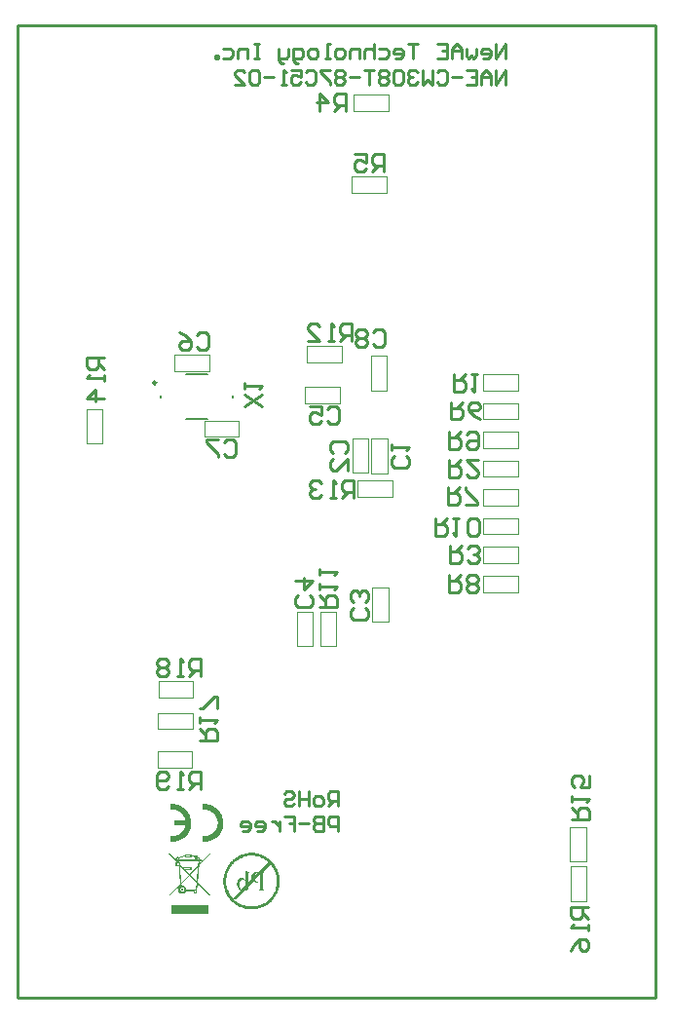
<source format=gbo>
G04 Layer_Color=32896*
%FSLAX25Y25*%
%MOIN*%
G70*
G01*
G75*
%ADD15C,0.01000*%
%ADD33C,0.00984*%
%ADD35C,0.00787*%
%ADD57C,0.00394*%
G36*
X356052Y199345D02*
X356422Y199322D01*
X356781Y199287D01*
X357128Y199229D01*
X357475Y199171D01*
X357799Y199090D01*
X358447Y198917D01*
X359049Y198697D01*
X359616Y198454D01*
X360136Y198199D01*
X360379Y198072D01*
X360611Y197933D01*
X360830Y197806D01*
X361039Y197667D01*
X361235Y197540D01*
X361420Y197413D01*
X361594Y197285D01*
X361756Y197170D01*
X361895Y197054D01*
X362022Y196950D01*
X362138Y196857D01*
X362242Y196776D01*
X362335Y196695D01*
X362404Y196637D01*
X362462Y196580D01*
X362496Y196545D01*
X362520Y196522D01*
X362531Y196510D01*
X362786Y196244D01*
X363029Y195966D01*
X363249Y195689D01*
X363468Y195399D01*
X363653Y195110D01*
X363839Y194832D01*
X364012Y194532D01*
X364163Y194242D01*
X364301Y193953D01*
X364440Y193664D01*
X364660Y193097D01*
X364857Y192553D01*
X364996Y192033D01*
X365123Y191535D01*
X365169Y191304D01*
X365204Y191084D01*
X365239Y190887D01*
X365273Y190690D01*
X365297Y190505D01*
X365308Y190343D01*
X365320Y190193D01*
X365331Y190066D01*
X365343Y189950D01*
Y189846D01*
X365354Y189776D01*
Y189718D01*
Y189684D01*
Y189672D01*
X365343Y189302D01*
X365320Y188932D01*
X365285Y188573D01*
X365227Y188226D01*
X365169Y187879D01*
X365088Y187555D01*
X364915Y186907D01*
X364695Y186305D01*
X364463Y185738D01*
X364209Y185218D01*
X364070Y184975D01*
X363943Y184743D01*
X363815Y184524D01*
X363677Y184315D01*
X363549Y184119D01*
X363422Y183933D01*
X363306Y183760D01*
X363191Y183598D01*
X363075Y183459D01*
X362971Y183332D01*
X362878Y183216D01*
X362786Y183112D01*
X362716Y183019D01*
X362647Y182950D01*
X362601Y182892D01*
X362566Y182858D01*
X362543Y182834D01*
X362531Y182823D01*
X362265Y182568D01*
X361987Y182325D01*
X361710Y182094D01*
X361420Y181886D01*
X361131Y181689D01*
X360842Y181504D01*
X360553Y181342D01*
X360263Y181180D01*
X359974Y181041D01*
X359685Y180914D01*
X359118Y180682D01*
X358563Y180497D01*
X358042Y180347D01*
X357556Y180231D01*
X357325Y180173D01*
X357105Y180139D01*
X356897Y180104D01*
X356700Y180081D01*
X356515Y180046D01*
X356353Y180034D01*
X356203Y180023D01*
X356075Y180011D01*
X355960Y180000D01*
X355855D01*
X355786Y179988D01*
X355682D01*
X355312Y180000D01*
X354941Y180023D01*
X354583Y180058D01*
X354236Y180115D01*
X353900Y180173D01*
X353565Y180254D01*
X352928Y180428D01*
X352326Y180648D01*
X351760Y180891D01*
X351239Y181145D01*
X350996Y181272D01*
X350765Y181411D01*
X350545Y181538D01*
X350337Y181666D01*
X350140Y181805D01*
X349955Y181932D01*
X349781Y182048D01*
X349619Y182163D01*
X349480Y182279D01*
X349353Y182383D01*
X349237Y182476D01*
X349133Y182557D01*
X349041Y182638D01*
X348971Y182707D01*
X348913Y182753D01*
X348879Y182788D01*
X348855Y182811D01*
X348844Y182823D01*
X348589Y183089D01*
X348346Y183367D01*
X348115Y183644D01*
X347907Y183933D01*
X347710Y184223D01*
X347525Y184512D01*
X347351Y184801D01*
X347201Y185090D01*
X347051Y185380D01*
X346923Y185669D01*
X346692Y186236D01*
X346507Y186791D01*
X346356Y187312D01*
X346241Y187798D01*
X346183Y188029D01*
X346148Y188249D01*
X346113Y188457D01*
X346079Y188654D01*
X346056Y188839D01*
X346044Y189001D01*
X346032Y189152D01*
X346021Y189279D01*
X346009Y189394D01*
X345998Y189499D01*
Y189568D01*
Y189626D01*
Y189661D01*
Y189672D01*
X346009Y190042D01*
X346032Y190413D01*
X346067Y190771D01*
X346125Y191119D01*
X346183Y191454D01*
X346264Y191789D01*
X346437Y192426D01*
X346657Y193027D01*
X346900Y193594D01*
X347155Y194115D01*
X347282Y194358D01*
X347421Y194589D01*
X347548Y194809D01*
X347687Y195018D01*
X347814Y195214D01*
X347941Y195399D01*
X348069Y195573D01*
X348184Y195735D01*
X348300Y195874D01*
X348404Y196001D01*
X348497Y196117D01*
X348578Y196221D01*
X348659Y196313D01*
X348717Y196383D01*
X348775Y196441D01*
X348809Y196475D01*
X348832Y196499D01*
X348844Y196510D01*
X349110Y196765D01*
X349388Y197008D01*
X349665Y197239D01*
X349955Y197447D01*
X350244Y197644D01*
X350522Y197829D01*
X350822Y198003D01*
X351112Y198153D01*
X351401Y198303D01*
X351690Y198431D01*
X352257Y198662D01*
X352801Y198847D01*
X353322Y198998D01*
X353819Y199113D01*
X354050Y199171D01*
X354270Y199206D01*
X354467Y199241D01*
X354664Y199275D01*
X354849Y199298D01*
X355011Y199310D01*
X355161Y199322D01*
X355288Y199333D01*
X355404Y199345D01*
X355508Y199356D01*
X355682D01*
X356052Y199345D01*
D02*
G37*
G36*
X341732Y199068D02*
X337810Y194984D01*
X337694Y193885D01*
X337451Y191212D01*
X337255Y189292D01*
X341455Y184976D01*
X341165Y184698D01*
X337220Y188748D01*
X336989Y186260D01*
X336861D01*
Y185312D01*
X335982D01*
Y186260D01*
X333263D01*
X333159Y186075D01*
X333032Y185890D01*
X332835Y185682D01*
X332580Y185508D01*
X332291Y185416D01*
X332014Y185381D01*
X331724Y185393D01*
X331516Y185450D01*
X331273Y185555D01*
X331065Y185682D01*
X330903Y185844D01*
X330741Y186075D01*
X330625Y186330D01*
X330556Y186573D01*
X330533Y186769D01*
X330556Y187012D01*
X330590Y187197D01*
X330660Y187371D01*
X330764Y187568D01*
X330880Y187730D01*
X331042Y187880D01*
X331215Y187996D01*
X331377Y188077D01*
X331354Y188285D01*
X327895Y184698D01*
X327605Y184988D01*
X331319Y188829D01*
X331018Y192184D01*
X330810Y194614D01*
X329699D01*
Y196176D01*
X329989D01*
X327177Y199068D01*
X327467Y199346D01*
X330116Y196616D01*
Y196812D01*
X330058Y196859D01*
X329989Y196905D01*
X329919Y196974D01*
X329850Y197055D01*
X329815Y197159D01*
X329781Y197252D01*
X329769Y197368D01*
X329792Y197518D01*
X329827Y197599D01*
X329931Y197761D01*
X330047Y197865D01*
X330197Y197934D01*
X330359Y197958D01*
X330521Y197934D01*
X330660Y197877D01*
X330775Y197807D01*
X330833Y197738D01*
X330938Y197830D01*
X331111Y197946D01*
X331319Y198050D01*
X331620Y198166D01*
X331944Y198258D01*
X332268Y198328D01*
X332615Y198386D01*
X332893Y198420D01*
Y198767D01*
X335114D01*
Y198467D01*
X335288D01*
X335577Y198432D01*
X335878Y198397D01*
X336167Y198351D01*
Y198536D01*
X337127D01*
Y198085D01*
X337243Y198027D01*
X337393Y197958D01*
X337567Y197854D01*
X337706Y197761D01*
X337833Y197645D01*
X337926Y197564D01*
X337984Y197483D01*
X338030Y197391D01*
X338007Y197229D01*
X338562D01*
Y196523D01*
X337949D01*
X337856Y195609D01*
X341443Y199346D01*
X341732Y199068D01*
D02*
G37*
G36*
X340888Y181493D02*
Y181436D01*
Y181355D01*
Y181274D01*
Y181181D01*
Y181100D01*
Y181042D01*
Y181031D01*
Y181019D01*
Y180637D01*
Y180452D01*
Y180279D01*
Y180140D01*
Y180024D01*
Y179978D01*
Y179943D01*
Y179931D01*
Y179920D01*
Y179700D01*
Y179504D01*
Y179318D01*
Y179156D01*
Y179017D01*
Y178925D01*
Y178856D01*
Y178844D01*
Y178832D01*
Y178670D01*
Y178555D01*
Y178462D01*
Y178404D01*
Y178370D01*
Y178358D01*
Y178347D01*
X328242D01*
Y178370D01*
Y178427D01*
Y178497D01*
Y178589D01*
Y178682D01*
Y178751D01*
Y178809D01*
Y178832D01*
Y179214D01*
Y179399D01*
Y179561D01*
Y179712D01*
Y179816D01*
Y179862D01*
Y179897D01*
Y179908D01*
Y179920D01*
Y180140D01*
Y180348D01*
Y180533D01*
Y180695D01*
Y180834D01*
Y180938D01*
Y180996D01*
Y181019D01*
Y181112D01*
Y181181D01*
Y181308D01*
Y181401D01*
Y181459D01*
Y181493D01*
Y181505D01*
Y181517D01*
X340888D01*
Y181493D01*
D02*
G37*
G36*
X340104Y216027D02*
X340579Y215969D01*
X341030Y215877D01*
X341458Y215749D01*
X341863Y215611D01*
X342233Y215448D01*
X342592Y215275D01*
X342904Y215101D01*
X343194Y214928D01*
X343448Y214754D01*
X343668Y214592D01*
X343853Y214454D01*
X343992Y214326D01*
X344096Y214234D01*
X344165Y214176D01*
X344189Y214153D01*
X344524Y213794D01*
X344813Y213412D01*
X345068Y213030D01*
X345276Y212649D01*
X345461Y212255D01*
X345612Y211885D01*
X345739Y211515D01*
X345843Y211168D01*
X345913Y210844D01*
X345970Y210543D01*
X346017Y210277D01*
X346040Y210045D01*
X346051Y209941D01*
X346063Y209849D01*
Y209779D01*
X346075Y209710D01*
Y209664D01*
Y209629D01*
Y209606D01*
Y209594D01*
X346051Y209108D01*
X345994Y208634D01*
X345901Y208183D01*
X345774Y207754D01*
X345635Y207349D01*
X345473Y206979D01*
X345311Y206632D01*
X345126Y206308D01*
X344952Y206031D01*
X344790Y205776D01*
X344628Y205556D01*
X344478Y205371D01*
X344362Y205232D01*
X344270Y205117D01*
X344212Y205059D01*
X344189Y205035D01*
X343830Y204700D01*
X343448Y204411D01*
X343066Y204156D01*
X342673Y203948D01*
X342291Y203763D01*
X341909Y203612D01*
X341539Y203485D01*
X341192Y203381D01*
X340868Y203312D01*
X340567Y203254D01*
X340301Y203207D01*
X340070Y203184D01*
X339966Y203173D01*
X339873Y203161D01*
X339804D01*
X339734Y203150D01*
X339375D01*
X339271Y203161D01*
X339086D01*
X339028Y203173D01*
X338971D01*
Y205128D01*
X339190Y205105D01*
X339306Y205093D01*
X339399D01*
X339491Y205082D01*
X339618D01*
X339966Y205093D01*
X340290Y205140D01*
X340602Y205209D01*
X340903Y205290D01*
X341180Y205383D01*
X341447Y205498D01*
X341689Y205614D01*
X341909Y205741D01*
X342118Y205869D01*
X342291Y205984D01*
X342442Y206100D01*
X342569Y206192D01*
X342673Y206285D01*
X342754Y206343D01*
X342800Y206389D01*
X342812Y206401D01*
X343043Y206655D01*
X343251Y206921D01*
X343425Y207188D01*
X343575Y207465D01*
X343703Y207731D01*
X343807Y207997D01*
X343899Y208252D01*
X343969Y208495D01*
X344015Y208726D01*
X344061Y208935D01*
X344085Y209120D01*
X344108Y209282D01*
X344119Y209409D01*
X344131Y209513D01*
Y209571D01*
Y209594D01*
X344119Y209941D01*
X344073Y210265D01*
X344004Y210589D01*
X343922Y210890D01*
X343830Y211168D01*
X343714Y211434D01*
X343599Y211677D01*
X343471Y211896D01*
X343344Y212093D01*
X343228Y212267D01*
X343113Y212429D01*
X343020Y212556D01*
X342928Y212649D01*
X342870Y212730D01*
X342823Y212776D01*
X342812Y212787D01*
X342557Y213019D01*
X342291Y213227D01*
X342025Y213401D01*
X341747Y213563D01*
X341481Y213690D01*
X341215Y213794D01*
X340961Y213887D01*
X340718Y213956D01*
X340486Y214002D01*
X340278Y214049D01*
X340093Y214083D01*
X339931Y214095D01*
X339804Y214106D01*
X339700Y214118D01*
X339618D01*
X339375Y214106D01*
X339271D01*
X339167Y214095D01*
X339086Y214083D01*
X339028D01*
X338982Y214072D01*
X338971D01*
Y216016D01*
X339190Y216039D01*
X339295D01*
X339399Y216050D01*
X339618D01*
X340104Y216027D01*
D02*
G37*
G36*
X329136D02*
X329610Y215969D01*
X330062Y215877D01*
X330490Y215749D01*
X330895Y215611D01*
X331265Y215448D01*
X331612Y215275D01*
X331936Y215101D01*
X332214Y214928D01*
X332468Y214754D01*
X332688Y214592D01*
X332873Y214454D01*
X333012Y214326D01*
X333128Y214234D01*
X333186Y214176D01*
X333209Y214153D01*
X333544Y213794D01*
X333834Y213412D01*
X334088Y213030D01*
X334296Y212649D01*
X334481Y212255D01*
X334632Y211885D01*
X334759Y211515D01*
X334863Y211168D01*
X334933Y210844D01*
X334991Y210543D01*
X335037Y210277D01*
X335060Y210045D01*
X335071Y209941D01*
X335083Y209849D01*
Y209779D01*
X335095Y209710D01*
Y209664D01*
Y209629D01*
Y209606D01*
Y209594D01*
X335071Y209108D01*
X335014Y208634D01*
X334921Y208183D01*
X334794Y207754D01*
X334655Y207349D01*
X334493Y206979D01*
X334331Y206632D01*
X334146Y206308D01*
X333972Y206031D01*
X333810Y205776D01*
X333648Y205556D01*
X333498Y205371D01*
X333382Y205232D01*
X333290Y205117D01*
X333232Y205059D01*
X333209Y205035D01*
X332850Y204700D01*
X332468Y204411D01*
X332086Y204156D01*
X331705Y203948D01*
X331311Y203763D01*
X330941Y203612D01*
X330571Y203485D01*
X330224Y203381D01*
X329900Y203312D01*
X329599Y203254D01*
X329333Y203207D01*
X329101Y203184D01*
X328997Y203173D01*
X328905Y203161D01*
X328835D01*
X328766Y203150D01*
X328407D01*
X328303Y203161D01*
X328118D01*
X328060Y203173D01*
X328002D01*
X328014Y205128D01*
X328234Y205105D01*
X328338Y205093D01*
X328442D01*
X328523Y205082D01*
X328650D01*
X328939Y205093D01*
X329229Y205128D01*
X329506Y205174D01*
X329761Y205232D01*
X330015Y205313D01*
X330247Y205394D01*
X330467Y205487D01*
X330663Y205579D01*
X330848Y205672D01*
X331010Y205764D01*
X331149Y205845D01*
X331265Y205926D01*
X331358Y205984D01*
X331427Y206031D01*
X331473Y206065D01*
X331485Y206077D01*
X331705Y206274D01*
X331913Y206470D01*
X332086Y206679D01*
X332248Y206898D01*
X332399Y207107D01*
X332526Y207326D01*
X332642Y207535D01*
X332734Y207731D01*
X332815Y207916D01*
X332885Y208090D01*
X332943Y208240D01*
X332989Y208379D01*
X333024Y208483D01*
X333047Y208564D01*
X333058Y208611D01*
Y208634D01*
X329287D01*
Y210566D01*
X333058D01*
X332989Y210855D01*
X332896Y211121D01*
X332792Y211387D01*
X332677Y211630D01*
X332549Y211850D01*
X332422Y212058D01*
X332283Y212255D01*
X332156Y212429D01*
X332029Y212591D01*
X331901Y212730D01*
X331797Y212845D01*
X331693Y212938D01*
X331612Y213019D01*
X331554Y213077D01*
X331508Y213111D01*
X331496Y213123D01*
X331253Y213297D01*
X331010Y213447D01*
X330767Y213586D01*
X330524Y213702D01*
X330281Y213794D01*
X330050Y213875D01*
X329819Y213944D01*
X329599Y213991D01*
X329402Y214037D01*
X329217Y214060D01*
X329055Y214083D01*
X328916Y214106D01*
X328801D01*
X328720Y214118D01*
X328650D01*
X328407Y214106D01*
X328303D01*
X328199Y214095D01*
X328118Y214083D01*
X328060D01*
X328014Y214072D01*
X328002D01*
Y216016D01*
X328141Y216027D01*
X328257Y216039D01*
X328373D01*
X328465Y216050D01*
X328650D01*
X329136Y216027D01*
D02*
G37*
%LPC*%
G36*
X357672Y192368D02*
X357533Y192322D01*
X357406Y192276D01*
X357360Y192252D01*
X357325Y192241D01*
X357302Y192218D01*
X357290D01*
X357186Y192148D01*
X357082Y192067D01*
X357001Y191975D01*
X356931Y191894D01*
X356873Y191813D01*
X356839Y191743D01*
X356816Y191697D01*
X356804Y191685D01*
X356746Y191558D01*
X356712Y191477D01*
X356700Y191419D01*
X356688Y191396D01*
X357672Y192368D01*
D02*
G37*
G36*
X358621Y191940D02*
X356827Y190158D01*
X356885Y190066D01*
X356943Y189996D01*
X356978Y189950D01*
X356989Y189938D01*
X357128Y189811D01*
X357278Y189707D01*
X357417Y189637D01*
X357545Y189591D01*
X357660Y189568D01*
X357753Y189557D01*
X357811Y189545D01*
X357834D01*
X357938Y189557D01*
X358054Y189568D01*
X358100D01*
X358135Y189580D01*
X358169D01*
X358320Y189591D01*
X358470Y189614D01*
X358528Y189626D01*
X358574Y189637D01*
X358609Y189649D01*
X358621D01*
Y191940D01*
D02*
G37*
G36*
X355844Y198384D02*
X355682D01*
X355346Y198373D01*
X355022Y198361D01*
X354698Y198327D01*
X354386Y198280D01*
X353773Y198153D01*
X353194Y197991D01*
X352650Y197794D01*
X352153Y197574D01*
X351679Y197343D01*
X351251Y197112D01*
X350869Y196869D01*
X350684Y196753D01*
X350522Y196637D01*
X350371Y196522D01*
X350232Y196417D01*
X350094Y196325D01*
X349978Y196232D01*
X349874Y196140D01*
X349781Y196059D01*
X349712Y196001D01*
X349642Y195943D01*
X349596Y195885D01*
X349561Y195862D01*
X349538Y195839D01*
X349527Y195827D01*
X349295Y195584D01*
X349075Y195342D01*
X348867Y195087D01*
X348682Y194832D01*
X348508Y194578D01*
X348346Y194312D01*
X348184Y194057D01*
X348046Y193791D01*
X347803Y193271D01*
X347594Y192761D01*
X347421Y192264D01*
X347294Y191801D01*
X347178Y191350D01*
X347108Y190945D01*
X347074Y190760D01*
X347051Y190586D01*
X347027Y190424D01*
X347004Y190274D01*
X346993Y190147D01*
X346981Y190019D01*
Y189915D01*
X346970Y189834D01*
Y189765D01*
Y189718D01*
Y189684D01*
Y189672D01*
X346981Y189337D01*
X346993Y189013D01*
X347027Y188689D01*
X347074Y188376D01*
X347201Y187763D01*
X347363Y187185D01*
X347560Y186641D01*
X347779Y186132D01*
X348011Y185669D01*
X348242Y185241D01*
X348485Y184847D01*
X348601Y184674D01*
X348717Y184500D01*
X348832Y184350D01*
X348937Y184211D01*
X349029Y184084D01*
X349122Y183957D01*
X349187Y183883D01*
X349180Y183876D01*
X349356Y183687D01*
X349411Y183621D01*
X349438Y183600D01*
X349488Y183546D01*
X349469Y183575D01*
X349438Y183600D01*
X349356Y183687D01*
X349353Y183691D01*
X349295Y183760D01*
X349214Y183853D01*
X349187Y183883D01*
X351864Y186560D01*
X351725Y186652D01*
X351598Y186745D01*
X351551Y186791D01*
X351517Y186826D01*
X351494Y186838D01*
X351482Y186849D01*
X351343Y186988D01*
X351227Y187127D01*
X351123Y187277D01*
X351042Y187439D01*
X350961Y187590D01*
X350903Y187740D01*
X350811Y188041D01*
X350776Y188180D01*
X350753Y188295D01*
X350741Y188411D01*
X350730Y188515D01*
X350718Y188585D01*
Y188654D01*
Y188689D01*
Y188700D01*
Y188885D01*
X350741Y189059D01*
X350799Y189360D01*
X350880Y189637D01*
X350915Y189753D01*
X350961Y189857D01*
X351008Y189950D01*
X351054Y190031D01*
X351100Y190100D01*
X351135Y190158D01*
X351169Y190204D01*
X351193Y190239D01*
X351204Y190251D01*
X351216Y190262D01*
X351308Y190366D01*
X351413Y190459D01*
X351505Y190528D01*
X351609Y190598D01*
X351806Y190702D01*
X351979Y190771D01*
X352141Y190806D01*
X352257Y190829D01*
X352303Y190841D01*
X352373D01*
X352512Y190829D01*
X352639Y190806D01*
X352766Y190760D01*
X352893Y190702D01*
X353125Y190563D01*
X353333Y190401D01*
X353495Y190239D01*
X353565Y190170D01*
X353622Y190100D01*
X353669Y190042D01*
X353703Y189996D01*
X353727Y189973D01*
X353738Y189961D01*
Y193097D01*
X353946D01*
X355242Y192565D01*
X355173Y192403D01*
X355046Y192449D01*
X354941Y192461D01*
X354872Y192472D01*
X354849D01*
X354768Y192461D01*
X354710Y192449D01*
X354664Y192426D01*
X354652Y192414D01*
X354606Y192345D01*
X354571Y192276D01*
X354559Y192206D01*
X354548Y192194D01*
Y192183D01*
X354536Y192148D01*
Y192090D01*
X354525Y191975D01*
Y191824D01*
X354513Y191662D01*
Y191523D01*
Y191396D01*
Y191350D01*
Y191315D01*
Y191292D01*
Y191280D01*
Y189209D01*
X355659Y190366D01*
X355601Y190586D01*
X355578Y190702D01*
X355566Y190795D01*
X355555Y190887D01*
Y190956D01*
Y191003D01*
Y191014D01*
X355566Y191223D01*
X355612Y191408D01*
X355659Y191581D01*
X355728Y191720D01*
X355786Y191847D01*
X355844Y191928D01*
X355890Y191986D01*
X355902Y192009D01*
X356041Y192160D01*
X356179Y192287D01*
X356318Y192391D01*
X356445Y192472D01*
X356561Y192530D01*
X356654Y192576D01*
X356712Y192599D01*
X356735Y192611D01*
X356943Y192669D01*
X357163Y192715D01*
X357383Y192738D01*
X357602Y192761D01*
X357799Y192773D01*
X357880Y192785D01*
X358088D01*
X361473Y196169D01*
X361351Y196279D01*
X361097Y196487D01*
X360842Y196672D01*
X360576Y196846D01*
X360321Y197008D01*
X360055Y197170D01*
X359801Y197308D01*
X359280Y197551D01*
X358771Y197760D01*
X358274Y197933D01*
X357799Y198060D01*
X357360Y198176D01*
X356955Y198246D01*
X356769Y198280D01*
X356596Y198303D01*
X356434Y198327D01*
X356283Y198350D01*
X356145Y198361D01*
X356029Y198373D01*
X355925D01*
X355844Y198384D01*
D02*
G37*
G36*
X361478Y196175D02*
X361473Y196169D01*
X361594Y196059D01*
X361837Y195827D01*
X361478Y196175D01*
D02*
G37*
G36*
X361837Y195827D02*
X361849Y195815D01*
X361849Y195816D01*
X361837Y195827D01*
D02*
G37*
G36*
X352836Y190158D02*
X352743D01*
X352570Y190135D01*
X352419Y190089D01*
X352280Y190019D01*
X352153Y189938D01*
X352049Y189857D01*
X351979Y189788D01*
X351922Y189742D01*
X351910Y189718D01*
X351783Y189533D01*
X351690Y189325D01*
X351621Y189117D01*
X351574Y188909D01*
X351551Y188724D01*
X351540Y188643D01*
X351528Y188573D01*
Y188515D01*
Y188469D01*
Y188446D01*
Y188434D01*
X351540Y188122D01*
X351586Y187844D01*
X351644Y187601D01*
X351713Y187416D01*
X351794Y187266D01*
X351852Y187162D01*
X351898Y187092D01*
X351910Y187069D01*
X351979Y186965D01*
X352049Y186895D01*
X352107Y186838D01*
X352118Y186826D01*
X352130D01*
X353738Y188423D01*
Y189661D01*
X353622Y189765D01*
X353530Y189846D01*
X353437Y189904D01*
X353368Y189961D01*
X353310Y189996D01*
X353275Y190019D01*
X353252Y190042D01*
X353240D01*
X353055Y190112D01*
X352974Y190135D01*
X352893Y190147D01*
X352836Y190158D01*
D02*
G37*
G36*
X361849Y195815D02*
X361860Y195793D01*
X361895Y195758D01*
X361941Y195712D01*
X361999Y195642D01*
X362068Y195573D01*
X362149Y195480D01*
X359454Y192785D01*
X360437D01*
Y192611D01*
X360194D01*
X360067Y192599D01*
X359963Y192576D01*
X359859Y192542D01*
X359789Y192507D01*
X359731Y192472D01*
X359685Y192437D01*
X359662Y192414D01*
X359650Y192403D01*
X359604Y192333D01*
X359581Y192229D01*
X359558Y192102D01*
X359535Y191975D01*
Y191847D01*
X359523Y191755D01*
Y191674D01*
Y191662D01*
Y191651D01*
Y187520D01*
Y187335D01*
X359535Y187173D01*
X359546Y187057D01*
X359569Y186965D01*
X359581Y186895D01*
X359604Y186849D01*
X359616Y186826D01*
Y186814D01*
X359697Y186733D01*
X359789Y186664D01*
X359882Y186618D01*
X359974Y186595D01*
X360055Y186571D01*
X360125Y186560D01*
X360437D01*
Y186375D01*
X357695D01*
Y186560D01*
X357938D01*
X358065Y186571D01*
X358169Y186595D01*
X358262Y186618D01*
X358343Y186664D01*
X358401Y186699D01*
X358447Y186722D01*
X358470Y186745D01*
X358482Y186757D01*
X358528Y186838D01*
X358563Y186942D01*
X358586Y187069D01*
X358597Y187196D01*
X358609Y187323D01*
X358621Y187428D01*
Y187497D01*
Y187509D01*
Y187520D01*
Y189371D01*
X358493Y189348D01*
X358378Y189325D01*
X358285Y189313D01*
X358204Y189302D01*
X358135Y189290D01*
X358088Y189279D01*
X358042D01*
X357845Y189256D01*
X357753D01*
X357683Y189244D01*
X357533D01*
X357255Y189256D01*
X357001Y189302D01*
X356781Y189360D01*
X356596Y189418D01*
X356457Y189487D01*
X356353Y189533D01*
X356283Y189580D01*
X356260Y189591D01*
X354513Y187844D01*
Y186791D01*
X354363Y186699D01*
X354212Y186618D01*
X354085Y186548D01*
X353958Y186490D01*
X353865Y186444D01*
X353784Y186409D01*
X353727Y186398D01*
X353715Y186386D01*
X353576Y186340D01*
X353449Y186305D01*
X353310Y186282D01*
X353194Y186271D01*
X353102Y186259D01*
X353021Y186248D01*
X352917D01*
X349862Y183193D01*
X349515Y183517D01*
X349488Y183546D01*
X349492Y183540D01*
X349515Y183517D01*
X349527Y183505D01*
X349769Y183274D01*
X350012Y183054D01*
X350267Y182858D01*
X350522Y182661D01*
X350776Y182487D01*
X351042Y182325D01*
X351297Y182175D01*
X351563Y182036D01*
X352083Y181793D01*
X352593Y181585D01*
X353090Y181411D01*
X353553Y181284D01*
X354004Y181168D01*
X354409Y181099D01*
X354594Y181064D01*
X354768Y181041D01*
X354930Y181018D01*
X355080Y180995D01*
X355207Y180983D01*
X355335Y180972D01*
X355439D01*
X355520Y180960D01*
X355682D01*
X356017Y180972D01*
X356341Y180995D01*
X356665Y181018D01*
X356978Y181064D01*
X357591Y181191D01*
X358158Y181353D01*
X358702Y181550D01*
X359211Y181770D01*
X359685Y182001D01*
X360113Y182233D01*
X360495Y182476D01*
X360668Y182591D01*
X360842Y182695D01*
X360992Y182811D01*
X361131Y182915D01*
X361259Y183019D01*
X361386Y183112D01*
X361490Y183193D01*
X361582Y183274D01*
X361652Y183343D01*
X361721Y183401D01*
X361768Y183448D01*
X361802Y183482D01*
X361825Y183494D01*
X361837Y183505D01*
X362068Y183748D01*
X362288Y183991D01*
X362485Y184246D01*
X362682Y184500D01*
X362855Y184766D01*
X363017Y185021D01*
X363179Y185287D01*
X363318Y185553D01*
X363561Y186074D01*
X363769Y186583D01*
X363943Y187081D01*
X364070Y187543D01*
X364174Y187995D01*
X364255Y188400D01*
X364290Y188585D01*
X364313Y188758D01*
X364336Y188920D01*
X364359Y189071D01*
X364371Y189198D01*
X364383Y189325D01*
Y189429D01*
X364394Y189510D01*
Y189580D01*
Y189626D01*
Y189661D01*
Y189672D01*
X364383Y190008D01*
X364359Y190332D01*
X364336Y190656D01*
X364278Y190968D01*
X364163Y191581D01*
X363989Y192160D01*
X363804Y192703D01*
X363584Y193201D01*
X363353Y193675D01*
X363110Y194104D01*
X362878Y194485D01*
X362763Y194670D01*
X362647Y194832D01*
X362531Y194983D01*
X362427Y195122D01*
X362335Y195261D01*
X362230Y195376D01*
X362149Y195480D01*
X362161Y195492D01*
X361849Y195815D01*
D02*
G37*
G36*
X334756Y194035D02*
X332673D01*
Y193908D01*
X334756D01*
Y194035D01*
D02*
G37*
G36*
X330417Y197553D02*
X330382D01*
X330313Y197541D01*
X330266Y197518D01*
X330220Y197495D01*
X330197Y197460D01*
X330174Y197391D01*
Y197368D01*
Y197356D01*
X330185Y197287D01*
X330209Y197240D01*
X330243Y197206D01*
X330278Y197182D01*
X330347Y197159D01*
X330382D01*
X330451Y197171D01*
X330498Y197194D01*
X330533Y197217D01*
X330556Y197263D01*
X330579Y197321D01*
Y197344D01*
Y197356D01*
X330567Y197425D01*
X330544Y197472D01*
X330521Y197506D01*
X330475Y197529D01*
X330417Y197553D01*
D02*
G37*
G36*
X330880Y195782D02*
X330104D01*
Y195019D01*
X330880D01*
Y195782D01*
D02*
G37*
G36*
X337544Y196523D02*
X331065D01*
X331099Y196176D01*
X331273D01*
Y195435D01*
X332245Y194440D01*
X335160D01*
Y193515D01*
X333147D01*
X334489Y192126D01*
X337417Y195169D01*
X337544Y196523D01*
D02*
G37*
G36*
X332025Y187498D02*
X331956D01*
X331828Y187487D01*
X331724Y187464D01*
X331632Y187429D01*
X331551Y187394D01*
X331481Y187336D01*
X331435Y187278D01*
X331342Y187151D01*
X331296Y187012D01*
X331273Y186908D01*
X331261Y186862D01*
Y186827D01*
Y186804D01*
Y186793D01*
X331273Y186665D01*
X331296Y186561D01*
X331331Y186469D01*
X331366Y186388D01*
X331423Y186330D01*
X331481Y186272D01*
X331609Y186191D01*
X331736Y186133D01*
X331852Y186110D01*
X331886Y186098D01*
X331956D01*
X332083Y186110D01*
X332187Y186133D01*
X332280Y186168D01*
X332361Y186203D01*
X332430Y186260D01*
X332488Y186318D01*
X332569Y186445D01*
X332627Y186573D01*
X332650Y186688D01*
X332661Y186723D01*
Y186758D01*
Y186781D01*
Y186793D01*
X332650Y186920D01*
X332627Y187024D01*
X332592Y187117D01*
X332546Y187197D01*
X332499Y187267D01*
X332442Y187325D01*
X332303Y187406D01*
X332175Y187464D01*
X332060Y187487D01*
X332025Y187498D01*
D02*
G37*
G36*
X336468Y186272D02*
X336375D01*
Y185705D01*
X336468D01*
Y186272D01*
D02*
G37*
G36*
X334489Y191548D02*
X331736Y188690D01*
X331782Y188192D01*
X331967Y188204D01*
X332175Y188192D01*
X332430Y188123D01*
X332673Y187996D01*
X332858Y187869D01*
X333032Y187695D01*
X333182Y187475D01*
X333309Y187197D01*
X333367Y186885D01*
X333356Y186677D01*
X336618D01*
X336850Y189118D01*
X334489Y191548D01*
D02*
G37*
G36*
X337359Y194521D02*
X334767Y191837D01*
X336896Y189650D01*
X337359Y194521D01*
D02*
G37*
G36*
X331273Y194857D02*
Y194614D01*
X331227D01*
X331690Y189222D01*
X334212Y191837D01*
X332580Y193515D01*
X332245D01*
Y193850D01*
X331273Y194857D01*
D02*
G37*
G36*
X336734Y198143D02*
X336572D01*
Y197610D01*
X336722D01*
X336734Y198143D01*
D02*
G37*
G36*
X335114Y198050D02*
Y197738D01*
X332893D01*
Y198004D01*
X332430Y197934D01*
X332014Y197830D01*
X331666Y197738D01*
X331389Y197610D01*
X331169Y197483D01*
X331007Y197333D01*
Y197229D01*
X336167D01*
Y197911D01*
X335855Y197969D01*
X335508Y198015D01*
X335114Y198050D01*
D02*
G37*
G36*
X334698Y198374D02*
X333286D01*
Y198143D01*
X334698D01*
Y198374D01*
D02*
G37*
G36*
X337127Y197622D02*
Y197229D01*
X337602D01*
X337613Y197298D01*
X337498Y197414D01*
X337347Y197518D01*
X337127Y197622D01*
D02*
G37*
%LPD*%
G36*
X332118Y187244D02*
X332233Y187197D01*
X332314Y187117D01*
X332372Y187036D01*
X332407Y186943D01*
X332418Y186862D01*
X332430Y186816D01*
Y186793D01*
X332407Y186642D01*
X332361Y186526D01*
X332280Y186445D01*
X332187Y186388D01*
X332106Y186353D01*
X332025Y186341D01*
X331979Y186330D01*
X331956D01*
X331805Y186353D01*
X331690Y186399D01*
X331609Y186480D01*
X331551Y186561D01*
X331516Y186642D01*
X331504Y186723D01*
X331493Y186769D01*
Y186793D01*
X331516Y186954D01*
X331562Y187070D01*
X331643Y187151D01*
X331724Y187209D01*
X331805Y187244D01*
X331886Y187255D01*
X331932Y187267D01*
X331956D01*
X332118Y187244D01*
D02*
G37*
%LPC*%
G36*
X331967Y186862D02*
X331956D01*
X331909Y186850D01*
X331898Y186827D01*
X331886Y186804D01*
Y186793D01*
X331898Y186758D01*
X331921Y186735D01*
X331944Y186723D01*
X331956D01*
X331990Y186735D01*
X332014Y186758D01*
X332025Y186781D01*
Y186793D01*
X332014Y186839D01*
X331990Y186850D01*
X331967Y186862D01*
D02*
G37*
%LPD*%
D15*
X385221Y215304D02*
Y220302D01*
X382721D01*
X381888Y219469D01*
Y217803D01*
X382721Y216970D01*
X385221D01*
X383554D02*
X381888Y215304D01*
X379389D02*
X377723D01*
X376890Y216137D01*
Y217803D01*
X377723Y218636D01*
X379389D01*
X380222Y217803D01*
Y216137D01*
X379389Y215304D01*
X375224Y220302D02*
Y215304D01*
Y217803D01*
X371891D01*
Y220302D01*
Y215304D01*
X366893Y219469D02*
X367726Y220302D01*
X369392D01*
X370225Y219469D01*
Y218636D01*
X369392Y217803D01*
X367726D01*
X366893Y216970D01*
Y216137D01*
X367726Y215304D01*
X369392D01*
X370225Y216137D01*
X385221Y206906D02*
Y211904D01*
X382721D01*
X381888Y211071D01*
Y209405D01*
X382721Y208572D01*
X385221D01*
X380222Y211904D02*
Y206906D01*
X377723D01*
X376890Y207739D01*
Y208572D01*
X377723Y209405D01*
X380222D01*
X377723D01*
X376890Y210238D01*
Y211071D01*
X377723Y211904D01*
X380222D01*
X375224Y209405D02*
X371891D01*
X366893Y211904D02*
X370225D01*
Y209405D01*
X368559D01*
X370225D01*
Y206906D01*
X365227Y210238D02*
Y206906D01*
Y208572D01*
X364394Y209405D01*
X363561Y210238D01*
X362728D01*
X357729Y206906D02*
X359396D01*
X360229Y207739D01*
Y209405D01*
X359396Y210238D01*
X357729D01*
X356896Y209405D01*
Y208572D01*
X360229D01*
X352731Y206906D02*
X354397D01*
X355230Y207739D01*
Y209405D01*
X354397Y210238D01*
X352731D01*
X351898Y209405D01*
Y208572D01*
X355230D01*
X397164Y377534D02*
X398164Y378534D01*
X400163D01*
X401163Y377534D01*
Y373535D01*
X400163Y372536D01*
X398164D01*
X397164Y373535D01*
X395164Y377534D02*
X394165Y378534D01*
X392165D01*
X391166Y377534D01*
Y376535D01*
X392165Y375535D01*
X391166Y374535D01*
Y373535D01*
X392165Y372536D01*
X394165D01*
X395164Y373535D01*
Y374535D01*
X394165Y375535D01*
X395164Y376535D01*
Y377534D01*
X394165Y375535D02*
X392165D01*
X338200Y221200D02*
Y227198D01*
X335201D01*
X334201Y226198D01*
Y224199D01*
X335201Y223199D01*
X338200D01*
X336201D02*
X334201Y221200D01*
X332202D02*
X330203D01*
X331202D01*
Y227198D01*
X332202Y226198D01*
X327204Y222200D02*
X326204Y221200D01*
X324204D01*
X323205Y222200D01*
Y226198D01*
X324204Y227198D01*
X326204D01*
X327204Y226198D01*
Y225199D01*
X326204Y224199D01*
X323205D01*
X338400Y259700D02*
Y265698D01*
X335401D01*
X334401Y264698D01*
Y262699D01*
X335401Y261699D01*
X338400D01*
X336401D02*
X334401Y259700D01*
X332402D02*
X330403D01*
X331402D01*
Y265698D01*
X332402Y264698D01*
X327404D02*
X326404Y265698D01*
X324405D01*
X323405Y264698D01*
Y263699D01*
X324405Y262699D01*
X323405Y261699D01*
Y260700D01*
X324405Y259700D01*
X326404D01*
X327404Y260700D01*
Y261699D01*
X326404Y262699D01*
X327404Y263699D01*
Y264698D01*
X326404Y262699D02*
X324405D01*
X338100Y237800D02*
X344098D01*
Y240799D01*
X343098Y241799D01*
X341099D01*
X340099Y240799D01*
Y237800D01*
Y239799D02*
X338100Y241799D01*
Y243798D02*
Y245797D01*
Y244798D01*
X344098D01*
X343098Y243798D01*
X344098Y248796D02*
Y252795D01*
X343098D01*
X339100Y248796D01*
X338100D01*
X470800Y180900D02*
X464802D01*
Y177901D01*
X465802Y176901D01*
X467801D01*
X468801Y177901D01*
Y180900D01*
Y178901D02*
X470800Y176901D01*
Y174902D02*
Y172903D01*
Y173902D01*
X464802D01*
X465802Y174902D01*
X464802Y165905D02*
X465802Y167904D01*
X467801Y169904D01*
X469800D01*
X470800Y168904D01*
Y166904D01*
X469800Y165905D01*
X468801D01*
X467801Y166904D01*
Y169904D01*
X465200Y210900D02*
X471198D01*
Y213899D01*
X470198Y214899D01*
X468199D01*
X467199Y213899D01*
Y210900D01*
Y212899D02*
X465200Y214899D01*
Y216898D02*
Y218897D01*
Y217898D01*
X471198D01*
X470198Y216898D01*
X471198Y225895D02*
Y221896D01*
X468199D01*
X469199Y223896D01*
Y224896D01*
X468199Y225895D01*
X466200D01*
X465200Y224896D01*
Y222896D01*
X466200Y221896D01*
X305300Y368900D02*
X299302D01*
Y365901D01*
X300302Y364901D01*
X302301D01*
X303301Y365901D01*
Y368900D01*
Y366901D02*
X305300Y364901D01*
Y362902D02*
Y360903D01*
Y361902D01*
X299302D01*
X300302Y362902D01*
X305300Y354905D02*
X299302D01*
X302301Y357904D01*
Y353905D01*
X390600Y320600D02*
Y326598D01*
X387601D01*
X386601Y325598D01*
Y323599D01*
X387601Y322599D01*
X390600D01*
X388601D02*
X386601Y320600D01*
X384602D02*
X382603D01*
X383602D01*
Y326598D01*
X384602Y325598D01*
X379604D02*
X378604Y326598D01*
X376605D01*
X375605Y325598D01*
Y324599D01*
X376605Y323599D01*
X377604D01*
X376605D01*
X375605Y322599D01*
Y321600D01*
X376605Y320600D01*
X378604D01*
X379604Y321600D01*
X381601Y351098D02*
X382601Y352098D01*
X384600D01*
X385600Y351098D01*
Y347100D01*
X384600Y346100D01*
X382601D01*
X381601Y347100D01*
X375603Y352098D02*
X379602D01*
Y349099D01*
X377603Y350099D01*
X376603D01*
X375603Y349099D01*
Y347100D01*
X376603Y346100D01*
X378602D01*
X379602Y347100D01*
X375698Y287499D02*
X376698Y286499D01*
Y284500D01*
X375698Y283500D01*
X371700D01*
X370700Y284500D01*
Y286499D01*
X371700Y287499D01*
X370700Y292497D02*
X376698D01*
X373699Y289498D01*
Y293497D01*
X394762Y283133D02*
X395762Y282133D01*
Y280134D01*
X394762Y279134D01*
X390763D01*
X389764Y280134D01*
Y282133D01*
X390763Y283133D01*
X394762Y285132D02*
X395762Y286132D01*
Y288131D01*
X394762Y289131D01*
X393762D01*
X392763Y288131D01*
Y287131D01*
Y288131D01*
X391763Y289131D01*
X390763D01*
X389764Y288131D01*
Y286132D01*
X390763Y285132D01*
X383602Y336001D02*
X382602Y337001D01*
Y339000D01*
X383602Y340000D01*
X387600D01*
X388600Y339000D01*
Y337001D01*
X387600Y336001D01*
X388600Y330003D02*
Y334002D01*
X384601Y330003D01*
X383602D01*
X382602Y331003D01*
Y333002D01*
X383602Y334002D01*
X408498Y335099D02*
X409498Y334099D01*
Y332100D01*
X408498Y331100D01*
X404500D01*
X403500Y332100D01*
Y334099D01*
X404500Y335099D01*
X403500Y337098D02*
Y339097D01*
Y338098D01*
X409498D01*
X408498Y337098D01*
X389950Y374296D02*
Y380294D01*
X386951D01*
X385951Y379295D01*
Y377295D01*
X386951Y376296D01*
X389950D01*
X387951D02*
X385951Y374296D01*
X383952D02*
X381953D01*
X382952D01*
Y380294D01*
X383952Y379295D01*
X374955Y374296D02*
X378954D01*
X374955Y378295D01*
Y379295D01*
X375955Y380294D01*
X377954D01*
X378954Y379295D01*
X379100Y283500D02*
X385098D01*
Y286499D01*
X384098Y287499D01*
X382099D01*
X381099Y286499D01*
Y283500D01*
Y285499D02*
X379100Y287499D01*
Y289498D02*
Y291497D01*
Y290498D01*
X385098D01*
X384098Y289498D01*
X379100Y294496D02*
Y296496D01*
Y295496D01*
X385098D01*
X384098Y294496D01*
X401000Y432300D02*
Y438298D01*
X398001D01*
X397001Y437298D01*
Y435299D01*
X398001Y434299D01*
X401000D01*
X399001D02*
X397001Y432300D01*
X391003Y438298D02*
X395002D01*
Y435299D01*
X393003Y436299D01*
X392003D01*
X391003Y435299D01*
Y433300D01*
X392003Y432300D01*
X394002D01*
X395002Y433300D01*
X387795Y453150D02*
Y459148D01*
X384796D01*
X383797Y458148D01*
Y456149D01*
X384796Y455149D01*
X387795D01*
X385796D02*
X383797Y453150D01*
X378798D02*
Y459148D01*
X381797Y456149D01*
X377799D01*
X423594Y304281D02*
Y298283D01*
X426593D01*
X427592Y299283D01*
Y301282D01*
X426593Y302282D01*
X423594D01*
X425593D02*
X427592Y304281D01*
X429592Y299283D02*
X430591Y298283D01*
X432591D01*
X433590Y299283D01*
Y300282D01*
X432591Y301282D01*
X431591D01*
X432591D01*
X433590Y302282D01*
Y303281D01*
X432591Y304281D01*
X430591D01*
X429592Y303281D01*
X423194Y294339D02*
Y288340D01*
X426193D01*
X427192Y289340D01*
Y291340D01*
X426193Y292339D01*
X423194D01*
X425193D02*
X427192Y294339D01*
X429192Y289340D02*
X430191Y288340D01*
X432191D01*
X433190Y289340D01*
Y290340D01*
X432191Y291340D01*
X433190Y292339D01*
Y293339D01*
X432191Y294339D01*
X430191D01*
X429192Y293339D01*
Y292339D01*
X430191Y291340D01*
X429192Y290340D01*
Y289340D01*
X430191Y291340D02*
X432191D01*
X418694Y313824D02*
Y307826D01*
X421693D01*
X422692Y308825D01*
Y310825D01*
X421693Y311824D01*
X418694D01*
X420693D02*
X422692Y313824D01*
X424692D02*
X426691D01*
X425691D01*
Y307826D01*
X424692Y308825D01*
X429690D02*
X430690Y307826D01*
X432689D01*
X433689Y308825D01*
Y312824D01*
X432689Y313824D01*
X430690D01*
X429690Y312824D01*
Y308825D01*
X423394Y333709D02*
Y327711D01*
X426393D01*
X427392Y328710D01*
Y330710D01*
X426393Y331709D01*
X423394D01*
X425393D02*
X427392Y333709D01*
X433390D02*
X429392D01*
X433390Y329710D01*
Y328710D01*
X432391Y327711D01*
X430391D01*
X429392Y328710D01*
X422994Y324266D02*
Y318268D01*
X425993D01*
X426992Y319268D01*
Y321267D01*
X425993Y322267D01*
X422994D01*
X424993D02*
X426992Y324266D01*
X428992Y318268D02*
X432990D01*
Y319268D01*
X428992Y323267D01*
Y324266D01*
X423394Y343451D02*
Y337453D01*
X426393D01*
X427392Y338453D01*
Y340452D01*
X426393Y341452D01*
X423394D01*
X425393D02*
X427392Y343451D01*
X429392Y342452D02*
X430392Y343451D01*
X432391D01*
X433391Y342452D01*
Y338453D01*
X432391Y337453D01*
X430392D01*
X429392Y338453D01*
Y339452D01*
X430392Y340452D01*
X433391D01*
X423994Y353594D02*
Y347596D01*
X426993D01*
X427992Y348595D01*
Y350595D01*
X426993Y351594D01*
X423994D01*
X425993D02*
X427992Y353594D01*
X433990Y347596D02*
X431991Y348595D01*
X429992Y350595D01*
Y352594D01*
X430991Y353594D01*
X432991D01*
X433990Y352594D01*
Y351594D01*
X432991Y350595D01*
X429992D01*
X424894Y363036D02*
Y357038D01*
X427893D01*
X428892Y358038D01*
Y360037D01*
X427893Y361037D01*
X424894D01*
X426893D02*
X428892Y363036D01*
X430892D02*
X432891D01*
X431891D01*
Y357038D01*
X430892Y358038D01*
X336901Y376298D02*
X337901Y377298D01*
X339900D01*
X340900Y376298D01*
Y372300D01*
X339900Y371300D01*
X337901D01*
X336901Y372300D01*
X330903Y377298D02*
X332903Y376298D01*
X334902Y374299D01*
Y372300D01*
X333902Y371300D01*
X331903D01*
X330903Y372300D01*
Y373299D01*
X331903Y374299D01*
X334902D01*
X346401Y339798D02*
X347401Y340798D01*
X349400D01*
X350400Y339798D01*
Y335800D01*
X349400Y334800D01*
X347401D01*
X346401Y335800D01*
X344402Y340798D02*
X340403D01*
Y339798D01*
X344402Y335800D01*
Y334800D01*
X359398Y352100D02*
X353400Y356099D01*
X359398D02*
X353400Y352100D01*
Y358098D02*
Y360097D01*
Y359098D01*
X359398D01*
X358398Y358098D01*
X442520Y462205D02*
Y467203D01*
X439187Y462205D01*
Y467203D01*
X437521Y462205D02*
Y465537D01*
X435855Y467203D01*
X434189Y465537D01*
Y462205D01*
Y464704D01*
X437521D01*
X429191Y467203D02*
X432523D01*
Y462205D01*
X429191D01*
X432523Y464704D02*
X430857D01*
X427525D02*
X424192D01*
X419194Y466370D02*
X420027Y467203D01*
X421693D01*
X422526Y466370D01*
Y463038D01*
X421693Y462205D01*
X420027D01*
X419194Y463038D01*
X417528Y467203D02*
Y462205D01*
X415862Y463871D01*
X414195Y462205D01*
Y467203D01*
X412529Y466370D02*
X411696Y467203D01*
X410030D01*
X409197Y466370D01*
Y465537D01*
X410030Y464704D01*
X410863D01*
X410030D01*
X409197Y463871D01*
Y463038D01*
X410030Y462205D01*
X411696D01*
X412529Y463038D01*
X407531Y466370D02*
X406698Y467203D01*
X405032D01*
X404199Y466370D01*
Y463038D01*
X405032Y462205D01*
X406698D01*
X407531Y463038D01*
Y466370D01*
X402533D02*
X401700Y467203D01*
X400034D01*
X399200Y466370D01*
Y465537D01*
X400034Y464704D01*
X399200Y463871D01*
Y463038D01*
X400034Y462205D01*
X401700D01*
X402533Y463038D01*
Y463871D01*
X401700Y464704D01*
X402533Y465537D01*
Y466370D01*
X401700Y464704D02*
X400034D01*
X397534Y467203D02*
X394202D01*
X395868D01*
Y462205D01*
X392536Y464704D02*
X389204D01*
X387538Y466370D02*
X386704Y467203D01*
X385038D01*
X384205Y466370D01*
Y465537D01*
X385038Y464704D01*
X384205Y463871D01*
Y463038D01*
X385038Y462205D01*
X386704D01*
X387538Y463038D01*
Y463871D01*
X386704Y464704D01*
X387538Y465537D01*
Y466370D01*
X386704Y464704D02*
X385038D01*
X382539Y467203D02*
X379207D01*
Y466370D01*
X382539Y463038D01*
Y462205D01*
X374208Y466370D02*
X375042Y467203D01*
X376708D01*
X377541Y466370D01*
Y463038D01*
X376708Y462205D01*
X375042D01*
X374208Y463038D01*
X369210Y467203D02*
X372542D01*
Y464704D01*
X370876Y465537D01*
X370043D01*
X369210Y464704D01*
Y463038D01*
X370043Y462205D01*
X371709D01*
X372542Y463038D01*
X367544Y462205D02*
X365878D01*
X366711D01*
Y467203D01*
X367544Y466370D01*
X363379Y464704D02*
X360046D01*
X358380Y466370D02*
X357547Y467203D01*
X355881D01*
X355048Y466370D01*
Y463038D01*
X355881Y462205D01*
X357547D01*
X358380Y463038D01*
Y466370D01*
X350050Y462205D02*
X353382D01*
X350050Y465537D01*
Y466370D01*
X350883Y467203D01*
X352549D01*
X353382Y466370D01*
X442520Y471260D02*
Y476258D01*
X439187Y471260D01*
Y476258D01*
X435022Y471260D02*
X436688D01*
X437521Y472093D01*
Y473759D01*
X436688Y474592D01*
X435022D01*
X434189Y473759D01*
Y472926D01*
X437521D01*
X432523Y474592D02*
Y472093D01*
X431690Y471260D01*
X430857Y472093D01*
X430024Y471260D01*
X429191Y472093D01*
Y474592D01*
X427525Y471260D02*
Y474592D01*
X425858Y476258D01*
X424192Y474592D01*
Y471260D01*
Y473759D01*
X427525D01*
X419194Y476258D02*
X422526D01*
Y471260D01*
X419194D01*
X422526Y473759D02*
X420860D01*
X412529Y476258D02*
X409197D01*
X410863D01*
Y471260D01*
X405032D02*
X406698D01*
X407531Y472093D01*
Y473759D01*
X406698Y474592D01*
X405032D01*
X404199Y473759D01*
Y472926D01*
X407531D01*
X399200Y474592D02*
X401700D01*
X402533Y473759D01*
Y472093D01*
X401700Y471260D01*
X399200D01*
X397534Y476258D02*
Y471260D01*
Y473759D01*
X396701Y474592D01*
X395035D01*
X394202Y473759D01*
Y471260D01*
X392536D02*
Y474592D01*
X390037D01*
X389204Y473759D01*
Y471260D01*
X386704D02*
X385038D01*
X384205Y472093D01*
Y473759D01*
X385038Y474592D01*
X386704D01*
X387538Y473759D01*
Y472093D01*
X386704Y471260D01*
X382539D02*
X380873D01*
X381706D01*
Y476258D01*
X382539D01*
X377541Y471260D02*
X375875D01*
X375042Y472093D01*
Y473759D01*
X375875Y474592D01*
X377541D01*
X378374Y473759D01*
Y472093D01*
X377541Y471260D01*
X371709Y469594D02*
X370876D01*
X370043Y470427D01*
Y474592D01*
X372542D01*
X373375Y473759D01*
Y472093D01*
X372542Y471260D01*
X370043D01*
X368377Y474592D02*
Y472093D01*
X367544Y471260D01*
X365045D01*
Y470427D01*
X365878Y469594D01*
X366711D01*
X365045Y471260D02*
Y474592D01*
X358380Y476258D02*
X356714D01*
X357547D01*
Y471260D01*
X358380D01*
X356714D01*
X354215D02*
Y474592D01*
X351716D01*
X350883Y473759D01*
Y471260D01*
X345884Y474592D02*
X348383D01*
X349217Y473759D01*
Y472093D01*
X348383Y471260D01*
X345884D01*
X344218D02*
Y472093D01*
X343385D01*
Y471260D01*
X344218D01*
X275591Y482283D02*
X277559D01*
X275591Y149606D02*
Y482283D01*
Y149606D02*
X494094D01*
Y482283D01*
X277559D02*
X494094D01*
D33*
X323022Y360124D02*
G03*
X323022Y360124I-492J0D01*
G01*
D35*
X324695Y355006D02*
Y355794D01*
X349105Y355006D02*
Y355794D01*
X333345Y363077D02*
X340455D01*
X333345Y347723D02*
X340455D01*
D57*
X396457Y357480D02*
Y369291D01*
X401969Y357480D02*
Y369291D01*
X396457D02*
X401969D01*
X396457Y357480D02*
X401969D01*
X323694Y247156D02*
X335506D01*
X323694Y241644D02*
X335506D01*
Y247156D01*
X323694Y241644D02*
Y247156D01*
X323494Y228544D02*
X335306D01*
X323494Y234056D02*
X335306D01*
X323494Y228544D02*
Y234056D01*
X335306Y228544D02*
Y234056D01*
X323894Y257956D02*
X335706D01*
X323894Y252444D02*
X335706D01*
Y257956D01*
X323894Y252444D02*
Y257956D01*
X464644Y196394D02*
Y208206D01*
X470156Y196394D02*
Y208206D01*
X464644D02*
X470156D01*
X464644Y196394D02*
X470156D01*
X464844Y182894D02*
Y194706D01*
X470356Y182894D02*
Y194706D01*
X464844D02*
X470356D01*
X464844Y182894D02*
X470356D01*
X390244Y329294D02*
Y341106D01*
X395756Y329294D02*
Y341106D01*
X390244D02*
X395756D01*
X390244Y329294D02*
X395756D01*
X396644Y329194D02*
Y341006D01*
X402156Y329194D02*
Y341006D01*
X396644D02*
X402156D01*
X396644Y329194D02*
X402156D01*
X392094Y321244D02*
X403906D01*
X392094Y326756D02*
X403906D01*
X392094Y321244D02*
Y326756D01*
X403906Y321244D02*
Y326756D01*
X397044Y278394D02*
Y290206D01*
X402556Y278394D02*
Y290206D01*
X397044D02*
X402556D01*
X397044Y278394D02*
X402556D01*
X371244Y270094D02*
Y281906D01*
X376756Y270094D02*
Y281906D01*
X371244D02*
X376756D01*
X371244Y270094D02*
X376756D01*
X374094Y353244D02*
X385906D01*
X374094Y358756D02*
X385906D01*
X374094Y353244D02*
Y358756D01*
X385906Y353244D02*
Y358756D01*
X384756Y270094D02*
Y281906D01*
X379244Y270094D02*
Y281906D01*
Y270094D02*
X384756D01*
X379244Y281906D02*
X384756D01*
X374748Y367244D02*
X386559D01*
X374748Y372756D02*
X386559D01*
X374748Y367244D02*
Y372756D01*
X386559Y367244D02*
Y372756D01*
X390094Y425244D02*
X401906D01*
X390094Y430756D02*
X401906D01*
X390094Y425244D02*
Y430756D01*
X401906Y425244D02*
Y430756D01*
X390748Y458756D02*
X402559D01*
X390748Y453244D02*
X402559D01*
Y458756D01*
X390748Y453244D02*
Y458756D01*
X299244Y339441D02*
Y351252D01*
X304756Y339441D02*
Y351252D01*
X299244D02*
X304756D01*
X299244Y339441D02*
X304756D01*
X435039Y298425D02*
Y303937D01*
X446850Y298425D02*
Y303937D01*
X435039Y298425D02*
X446850D01*
X435039Y303937D02*
X446850D01*
X435039Y288583D02*
Y294095D01*
X446850Y288583D02*
Y294095D01*
X435039Y288583D02*
X446850D01*
X435039Y294095D02*
X446850D01*
X435039Y337795D02*
Y343307D01*
X446850Y337795D02*
Y343307D01*
X435039Y337795D02*
X446850D01*
X435039Y343307D02*
X446850D01*
X435039Y327953D02*
Y333465D01*
X446850Y327953D02*
Y333465D01*
X435039Y327953D02*
X446850D01*
X435039Y333465D02*
X446850D01*
X435039Y318110D02*
Y323622D01*
X446850Y318110D02*
Y323622D01*
X435039Y318110D02*
X446850D01*
X435039Y323622D02*
X446850D01*
X435039Y357480D02*
Y362992D01*
X446850Y357480D02*
Y362992D01*
X435039Y357480D02*
X446850D01*
X435039Y362992D02*
X446850D01*
X435039Y347638D02*
Y353150D01*
X446850Y347638D02*
Y353150D01*
X435039Y347638D02*
X446850D01*
X435039Y353150D02*
X446850D01*
X435039Y308268D02*
Y313780D01*
X446850Y308268D02*
Y313780D01*
X435039Y308268D02*
X446850D01*
X435039Y313780D02*
X446850D01*
X351406Y341744D02*
Y347256D01*
X339594Y341744D02*
Y347256D01*
X351406D01*
X339594Y341744D02*
X351406D01*
X341206Y364144D02*
Y369656D01*
X329394Y364144D02*
Y369656D01*
X341206D01*
X329394Y364144D02*
X341206D01*
M02*

</source>
